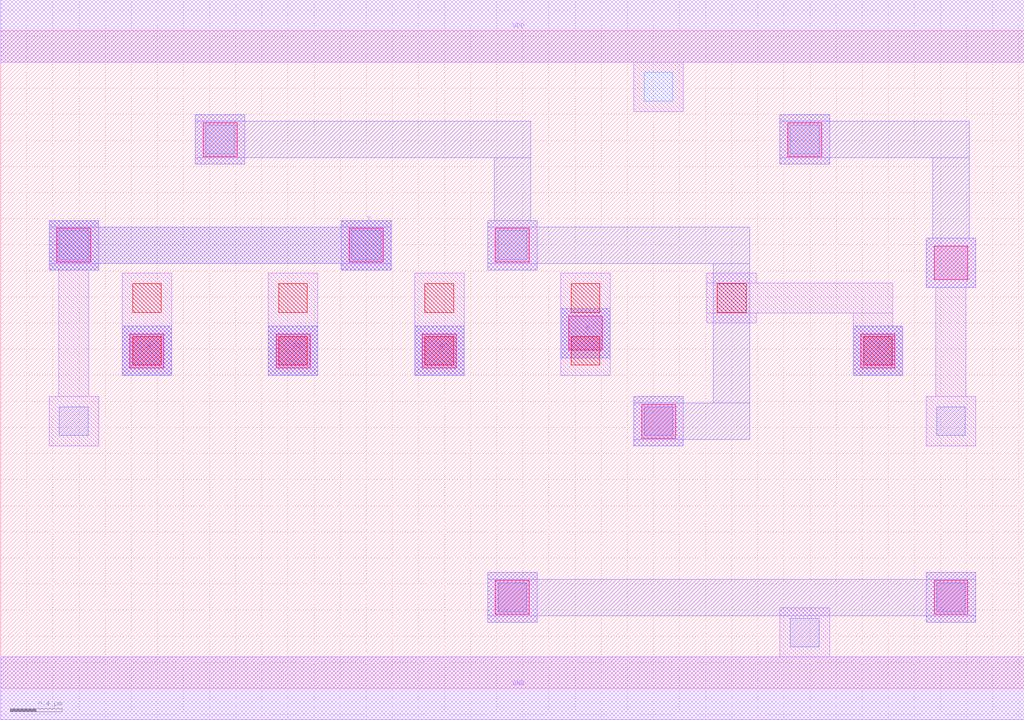
<source format=lef>
MACRO AOAI311
 CLASS CORE ;
 FOREIGN AOAI311 0 0 ;
 SIZE 7.84 BY 5.04 ;
 ORIGIN 0 0 ;
 SYMMETRY X Y R90 ;
 SITE unit ;
  PIN VDD
   DIRECTION INOUT ;
   USE POWER ;
   SHAPE ABUTMENT ;
    PORT
     CLASS CORE ;
       LAYER met1 ;
        RECT 0.00000000 4.80000000 7.84000000 5.28000000 ;
    END
  END VDD

  PIN GND
   DIRECTION INOUT ;
   USE POWER ;
   SHAPE ABUTMENT ;
    PORT
     CLASS CORE ;
       LAYER met1 ;
        RECT 0.00000000 -0.24000000 7.84000000 0.24000000 ;
    END
  END GND

  PIN Y
   DIRECTION INOUT ;
   USE SIGNAL ;
   SHAPE ABUTMENT ;
    PORT
     CLASS CORE ;
       LAYER met2 ;
        RECT 0.37000000 3.20700000 0.75000000 3.25700000 ;
        RECT 2.61000000 3.20700000 2.99000000 3.25700000 ;
        RECT 0.37000000 3.25700000 2.99000000 3.53700000 ;
        RECT 0.37000000 3.53700000 0.75000000 3.58700000 ;
        RECT 2.61000000 3.53700000 2.99000000 3.58700000 ;
    END
  END Y

  PIN A2
   DIRECTION INOUT ;
   USE SIGNAL ;
   SHAPE ABUTMENT ;
    PORT
     CLASS CORE ;
       LAYER met2 ;
        RECT 3.17000000 2.39700000 3.55000000 2.77700000 ;
    END
  END A2

  PIN A
   DIRECTION INOUT ;
   USE SIGNAL ;
   SHAPE ABUTMENT ;
    PORT
     CLASS CORE ;
       LAYER met2 ;
        RECT 0.93000000 2.39700000 1.31000000 2.77700000 ;
    END
  END A

  PIN B
   DIRECTION INOUT ;
   USE SIGNAL ;
   SHAPE ABUTMENT ;
    PORT
     CLASS CORE ;
       LAYER met2 ;
        RECT 4.29000000 2.53200000 4.67000000 2.91200000 ;
    END
  END B

  PIN A1
   DIRECTION INOUT ;
   USE SIGNAL ;
   SHAPE ABUTMENT ;
    PORT
     CLASS CORE ;
       LAYER met2 ;
        RECT 2.05000000 2.39700000 2.43000000 2.77700000 ;
    END
  END A1

  PIN C
   DIRECTION INOUT ;
   USE SIGNAL ;
   SHAPE ABUTMENT ;
    PORT
     CLASS CORE ;
       LAYER met2 ;
        RECT 6.53000000 2.39700000 6.91000000 2.77700000 ;
    END
  END C

 OBS
    LAYER polycont ;
     RECT 1.01000000 2.47700000 1.23000000 2.69700000 ;
     RECT 2.13000000 2.47700000 2.35000000 2.69700000 ;
     RECT 3.25000000 2.47700000 3.47000000 2.69700000 ;
     RECT 4.37000000 2.47700000 4.59000000 2.69700000 ;
     RECT 6.61000000 2.47700000 6.83000000 2.69700000 ;
     RECT 1.01000000 2.88200000 1.23000000 3.10200000 ;
     RECT 2.13000000 2.88200000 2.35000000 3.10200000 ;
     RECT 3.25000000 2.88200000 3.47000000 3.10200000 ;
     RECT 4.37000000 2.88200000 4.59000000 3.10200000 ;
     RECT 5.49000000 2.88200000 5.71000000 3.10200000 ;

    LAYER pdiffc ;
     RECT 0.45000000 3.28700000 0.67000000 3.50700000 ;
     RECT 2.69000000 3.28700000 2.91000000 3.50700000 ;
     RECT 3.81000000 3.28700000 4.03000000 3.50700000 ;
     RECT 1.57000000 4.09700000 1.79000000 4.31700000 ;
     RECT 6.05000000 4.09700000 6.27000000 4.31700000 ;
     RECT 4.93000000 4.50200000 5.15000000 4.72200000 ;

    LAYER ndiffc ;
     RECT 6.05000000 0.31700000 6.27000000 0.53700000 ;
     RECT 3.81000000 0.58700000 4.03000000 0.80700000 ;
     RECT 7.17000000 0.58700000 7.39000000 0.80700000 ;
     RECT 0.45000000 1.93700000 0.67000000 2.15700000 ;
     RECT 4.93000000 1.93700000 5.15000000 2.15700000 ;
     RECT 7.17000000 1.93700000 7.39000000 2.15700000 ;

    LAYER met1 ;
     RECT 0.00000000 -0.24000000 7.84000000 0.24000000 ;
     RECT 5.97000000 0.24000000 6.35000000 0.61700000 ;
     RECT 3.73000000 0.50700000 4.11000000 0.88700000 ;
     RECT 7.09000000 0.50700000 7.47000000 0.88700000 ;
     RECT 4.85000000 1.85700000 5.23000000 2.23700000 ;
     RECT 0.93000000 2.39700000 1.31000000 3.18200000 ;
     RECT 2.05000000 2.39700000 2.43000000 3.18200000 ;
     RECT 3.17000000 2.39700000 3.55000000 3.18200000 ;
     RECT 4.29000000 2.39700000 4.67000000 3.18200000 ;
     RECT 6.53000000 2.39700000 6.91000000 2.77700000 ;
     RECT 5.41000000 2.80200000 5.79000000 2.87700000 ;
     RECT 6.53000000 2.77700000 6.83500000 2.87700000 ;
     RECT 5.41000000 2.87700000 6.83500000 3.10700000 ;
     RECT 5.41000000 3.10700000 5.79000000 3.18200000 ;
     RECT 7.09000000 1.85700000 7.47000000 2.23700000 ;
     RECT 7.16500000 2.23700000 7.39500000 3.07200000 ;
     RECT 7.09000000 3.07200000 7.47000000 3.45200000 ;
     RECT 0.37000000 1.85700000 0.75000000 2.23700000 ;
     RECT 0.44500000 2.23700000 0.67500000 3.20700000 ;
     RECT 0.37000000 3.20700000 0.75000000 3.58700000 ;
     RECT 2.61000000 3.20700000 2.99000000 3.58700000 ;
     RECT 3.73000000 3.20700000 4.11000000 3.58700000 ;
     RECT 1.49000000 4.01700000 1.87000000 4.39700000 ;
     RECT 5.97000000 4.01700000 6.35000000 4.39700000 ;
     RECT 4.85000000 4.42200000 5.23000000 4.80000000 ;
     RECT 0.00000000 4.80000000 7.84000000 5.28000000 ;

    LAYER via1 ;
     RECT 3.79000000 0.56700000 4.05000000 0.82700000 ;
     RECT 7.15000000 0.56700000 7.41000000 0.82700000 ;
     RECT 4.91000000 1.91700000 5.17000000 2.17700000 ;
     RECT 0.99000000 2.45700000 1.25000000 2.71700000 ;
     RECT 2.11000000 2.45700000 2.37000000 2.71700000 ;
     RECT 3.23000000 2.45700000 3.49000000 2.71700000 ;
     RECT 6.59000000 2.45700000 6.85000000 2.71700000 ;
     RECT 4.35000000 2.59200000 4.61000000 2.85200000 ;
     RECT 7.15000000 3.13200000 7.41000000 3.39200000 ;
     RECT 0.43000000 3.26700000 0.69000000 3.52700000 ;
     RECT 2.67000000 3.26700000 2.93000000 3.52700000 ;
     RECT 3.79000000 3.26700000 4.05000000 3.52700000 ;
     RECT 1.55000000 4.07700000 1.81000000 4.33700000 ;
     RECT 6.03000000 4.07700000 6.29000000 4.33700000 ;

    LAYER met2 ;
     RECT 3.73000000 0.50700000 4.11000000 0.55700000 ;
     RECT 7.09000000 0.50700000 7.47000000 0.55700000 ;
     RECT 3.73000000 0.55700000 7.47000000 0.83700000 ;
     RECT 3.73000000 0.83700000 4.11000000 0.88700000 ;
     RECT 7.09000000 0.83700000 7.47000000 0.88700000 ;
     RECT 0.93000000 2.39700000 1.31000000 2.77700000 ;
     RECT 2.05000000 2.39700000 2.43000000 2.77700000 ;
     RECT 3.17000000 2.39700000 3.55000000 2.77700000 ;
     RECT 6.53000000 2.39700000 6.91000000 2.77700000 ;
     RECT 4.29000000 2.53200000 4.67000000 2.91200000 ;
     RECT 0.37000000 3.20700000 0.75000000 3.25700000 ;
     RECT 2.61000000 3.20700000 2.99000000 3.25700000 ;
     RECT 0.37000000 3.25700000 2.99000000 3.53700000 ;
     RECT 0.37000000 3.53700000 0.75000000 3.58700000 ;
     RECT 2.61000000 3.53700000 2.99000000 3.58700000 ;
     RECT 4.85000000 1.85700000 5.23000000 1.90700000 ;
     RECT 4.85000000 1.90700000 5.74000000 2.18700000 ;
     RECT 4.85000000 2.18700000 5.23000000 2.23700000 ;
     RECT 3.73000000 3.20700000 4.11000000 3.25700000 ;
     RECT 5.46000000 2.18700000 5.74000000 3.25700000 ;
     RECT 3.73000000 3.25700000 5.74000000 3.53700000 ;
     RECT 3.73000000 3.53700000 4.11000000 3.58700000 ;
     RECT 1.49000000 4.01700000 1.87000000 4.06700000 ;
     RECT 3.78000000 3.58700000 4.06000000 4.06700000 ;
     RECT 1.49000000 4.06700000 4.06000000 4.34700000 ;
     RECT 1.49000000 4.34700000 1.87000000 4.39700000 ;
     RECT 7.09000000 3.07200000 7.47000000 3.45200000 ;
     RECT 5.97000000 4.01700000 6.35000000 4.06700000 ;
     RECT 7.14000000 3.45200000 7.42000000 4.06700000 ;
     RECT 5.97000000 4.06700000 7.42000000 4.34700000 ;
     RECT 5.97000000 4.34700000 6.35000000 4.39700000 ;

 END
END AOAI311

</source>
